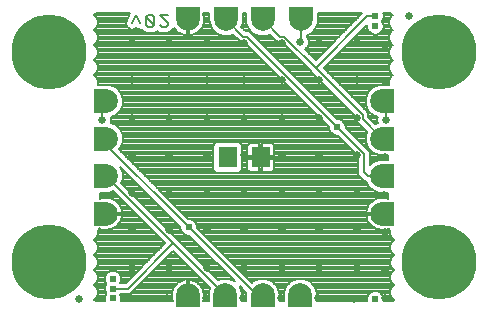
<source format=gbl>
G75*
%MOIN*%
%OFA0B0*%
%FSLAX25Y25*%
%IPPOS*%
%LPD*%
%AMOC8*
5,1,8,0,0,1.08239X$1,22.5*
%
%ADD10C,0.00800*%
%ADD11C,0.07874*%
%ADD12R,0.07900X0.04000*%
%ADD13C,0.25000*%
%ADD14R,0.06299X0.07087*%
%ADD15R,0.04000X0.07900*%
%ADD16C,0.02500*%
%ADD17C,0.02378*%
%ADD18C,0.00600*%
D10*
X0049580Y0248863D02*
X0049580Y0248937D01*
X0049694Y0248984D01*
X0050496Y0249786D01*
X0050930Y0250833D01*
X0050930Y0251967D01*
X0050496Y0253014D01*
X0049694Y0253816D01*
X0049580Y0253863D01*
X0049580Y0253937D01*
X0049694Y0253984D01*
X0050496Y0254786D01*
X0050930Y0255833D01*
X0050930Y0256967D01*
X0050496Y0258014D01*
X0049694Y0258816D01*
X0049580Y0258863D01*
X0049580Y0258937D01*
X0049694Y0258984D01*
X0050496Y0259786D01*
X0050930Y0260833D01*
X0050930Y0261967D01*
X0050496Y0263014D01*
X0049694Y0263816D01*
X0049580Y0263863D01*
X0049580Y0263937D01*
X0049694Y0263984D01*
X0050496Y0264786D01*
X0050930Y0265833D01*
X0050930Y0266967D01*
X0050496Y0268014D01*
X0049694Y0268816D01*
X0049580Y0268863D01*
X0049580Y0268937D01*
X0049694Y0268984D01*
X0050496Y0269786D01*
X0050930Y0270833D01*
X0050930Y0271967D01*
X0050792Y0272300D01*
X0051180Y0272300D01*
X0051180Y0272883D01*
X0051531Y0272704D01*
X0051980Y0272558D01*
X0051980Y0272300D01*
X0053764Y0272300D01*
X0053980Y0272358D01*
X0053980Y0272313D01*
X0054000Y0272313D01*
X0054830Y0272444D01*
X0055629Y0272704D01*
X0056377Y0273085D01*
X0057057Y0273579D01*
X0057651Y0274173D01*
X0058145Y0274853D01*
X0058526Y0275601D01*
X0058786Y0276400D01*
X0058917Y0277230D01*
X0058917Y0277250D01*
X0053980Y0277250D01*
X0053980Y0278050D01*
X0058917Y0278050D01*
X0058917Y0278070D01*
X0058786Y0278900D01*
X0058526Y0279699D01*
X0058145Y0280447D01*
X0057651Y0281127D01*
X0057057Y0281721D01*
X0056377Y0282215D01*
X0055629Y0282596D01*
X0054830Y0282856D01*
X0054000Y0282987D01*
X0053980Y0282987D01*
X0053980Y0282942D01*
X0053764Y0283000D01*
X0051980Y0283000D01*
X0051980Y0282742D01*
X0051580Y0282612D01*
X0051580Y0284600D01*
X0054243Y0284600D01*
X0054256Y0284613D01*
X0054681Y0284613D01*
X0055918Y0285125D01*
X0073268Y0267775D01*
X0060043Y0254550D01*
X0058290Y0254550D01*
X0058619Y0255345D01*
X0058619Y0256455D01*
X0058194Y0257480D01*
X0057410Y0258264D01*
X0056385Y0258689D01*
X0055275Y0258689D01*
X0054250Y0258264D01*
X0053466Y0257480D01*
X0053041Y0256455D01*
X0053041Y0255345D01*
X0053466Y0254320D01*
X0053511Y0254275D01*
X0053466Y0254230D01*
X0053041Y0253205D01*
X0053041Y0252095D01*
X0053466Y0251070D01*
X0053511Y0251025D01*
X0053466Y0250980D01*
X0053041Y0249955D01*
X0053041Y0248845D01*
X0053225Y0248400D01*
X0050111Y0248400D01*
X0049694Y0248816D01*
X0049580Y0248863D01*
X0049715Y0248796D02*
X0053062Y0248796D01*
X0053041Y0249594D02*
X0050305Y0249594D01*
X0050748Y0250393D02*
X0053222Y0250393D01*
X0053416Y0251191D02*
X0050930Y0251191D01*
X0050921Y0251990D02*
X0053085Y0251990D01*
X0053041Y0252788D02*
X0050590Y0252788D01*
X0049924Y0253587D02*
X0053199Y0253587D01*
X0053439Y0254385D02*
X0050096Y0254385D01*
X0050661Y0255184D02*
X0053108Y0255184D01*
X0053041Y0255982D02*
X0050930Y0255982D01*
X0050930Y0256781D02*
X0053176Y0256781D01*
X0053565Y0257579D02*
X0050676Y0257579D01*
X0050133Y0258378D02*
X0054524Y0258378D01*
X0057136Y0258378D02*
X0063871Y0258378D01*
X0064669Y0259176D02*
X0049887Y0259176D01*
X0050574Y0259975D02*
X0065468Y0259975D01*
X0066266Y0260773D02*
X0050905Y0260773D01*
X0050930Y0261572D02*
X0067065Y0261572D01*
X0067863Y0262370D02*
X0050763Y0262370D01*
X0050342Y0263169D02*
X0068662Y0263169D01*
X0069460Y0263967D02*
X0049654Y0263967D01*
X0050476Y0264766D02*
X0070259Y0264766D01*
X0071057Y0265564D02*
X0050819Y0265564D01*
X0050930Y0266363D02*
X0071856Y0266363D01*
X0072654Y0267161D02*
X0050849Y0267161D01*
X0050519Y0267960D02*
X0073083Y0267960D01*
X0072285Y0268758D02*
X0049752Y0268758D01*
X0050267Y0269557D02*
X0071486Y0269557D01*
X0070688Y0270355D02*
X0050732Y0270355D01*
X0050930Y0271154D02*
X0069889Y0271154D01*
X0069091Y0271952D02*
X0050930Y0271952D01*
X0051180Y0272751D02*
X0051439Y0272751D01*
X0055721Y0272751D02*
X0068292Y0272751D01*
X0067494Y0273549D02*
X0057016Y0273549D01*
X0057778Y0274348D02*
X0066695Y0274348D01*
X0065897Y0275146D02*
X0058294Y0275146D01*
X0058638Y0275945D02*
X0065098Y0275945D01*
X0064300Y0276743D02*
X0058840Y0276743D01*
X0058874Y0278340D02*
X0062703Y0278340D01*
X0063501Y0277542D02*
X0053980Y0277542D01*
X0053180Y0277542D02*
X0051980Y0277542D01*
X0051980Y0277250D02*
X0051980Y0278050D01*
X0053180Y0278050D01*
X0053180Y0277250D01*
X0051980Y0277250D01*
X0057243Y0281534D02*
X0059509Y0281534D01*
X0060307Y0280736D02*
X0057935Y0280736D01*
X0058404Y0279937D02*
X0061106Y0279937D01*
X0061904Y0279139D02*
X0058708Y0279139D01*
X0058710Y0282333D02*
X0056145Y0282333D01*
X0057113Y0283930D02*
X0051580Y0283930D01*
X0051580Y0283132D02*
X0057911Y0283132D01*
X0056314Y0284729D02*
X0054960Y0284729D01*
X0058605Y0287812D02*
X0059117Y0289049D01*
X0059117Y0291251D01*
X0058286Y0293257D01*
X0078291Y0273252D01*
X0078291Y0272595D01*
X0078716Y0271570D01*
X0079500Y0270786D01*
X0080525Y0270361D01*
X0081182Y0270361D01*
X0096437Y0255106D01*
X0094431Y0255937D01*
X0092229Y0255937D01*
X0090992Y0255425D01*
X0077855Y0268562D01*
X0076742Y0269675D01*
X0058605Y0287812D01*
X0058651Y0287923D02*
X0063620Y0287923D01*
X0062822Y0288721D02*
X0058981Y0288721D01*
X0059117Y0289520D02*
X0062023Y0289520D01*
X0061225Y0290318D02*
X0059117Y0290318D01*
X0059117Y0291117D02*
X0060426Y0291117D01*
X0059628Y0291915D02*
X0058842Y0291915D01*
X0058829Y0292714D02*
X0058511Y0292714D01*
X0061009Y0295908D02*
X0089319Y0295908D01*
X0089319Y0296706D02*
X0060211Y0296706D01*
X0059412Y0297505D02*
X0089319Y0297505D01*
X0089319Y0298303D02*
X0058614Y0298303D01*
X0057839Y0299078D02*
X0058274Y0299514D01*
X0059117Y0301549D01*
X0059117Y0303751D01*
X0058274Y0305786D01*
X0056716Y0307344D01*
X0055055Y0308032D01*
X0055180Y0308333D01*
X0055180Y0309467D01*
X0055055Y0309768D01*
X0056716Y0310456D01*
X0058274Y0312014D01*
X0059117Y0314049D01*
X0059117Y0316251D01*
X0058274Y0318286D01*
X0056716Y0319844D01*
X0054681Y0320687D01*
X0054256Y0320687D01*
X0054243Y0320700D01*
X0050875Y0320700D01*
X0050930Y0320833D01*
X0050930Y0321967D01*
X0050496Y0323014D01*
X0049694Y0323816D01*
X0049580Y0323863D01*
X0049580Y0323937D01*
X0049694Y0323984D01*
X0050496Y0324786D01*
X0050930Y0325833D01*
X0050930Y0326967D01*
X0050496Y0328014D01*
X0049694Y0328816D01*
X0049580Y0328863D01*
X0049580Y0328937D01*
X0049694Y0328984D01*
X0050496Y0329786D01*
X0050930Y0330833D01*
X0050930Y0331967D01*
X0050496Y0333014D01*
X0049694Y0333816D01*
X0049580Y0333863D01*
X0049580Y0333937D01*
X0049694Y0333984D01*
X0050496Y0334786D01*
X0050930Y0335833D01*
X0050930Y0336967D01*
X0050496Y0338014D01*
X0049694Y0338816D01*
X0049580Y0338863D01*
X0049580Y0338937D01*
X0049694Y0338984D01*
X0050496Y0339786D01*
X0050930Y0340833D01*
X0050930Y0341967D01*
X0050496Y0343014D01*
X0049694Y0343816D01*
X0049580Y0343863D01*
X0049580Y0343937D01*
X0049694Y0343984D01*
X0050111Y0344400D01*
X0061595Y0344400D01*
X0060071Y0341351D01*
X0060595Y0339779D01*
X0062077Y0339038D01*
X0063631Y0339556D01*
X0065186Y0339038D01*
X0065371Y0339131D01*
X0065535Y0338968D01*
X0065784Y0338719D01*
X0066706Y0337796D01*
X0068107Y0337796D01*
X0068244Y0337796D01*
X0068363Y0337796D01*
X0068363Y0337796D01*
X0069764Y0337796D01*
X0069764Y0337796D01*
X0070537Y0338569D01*
X0071310Y0337796D01*
X0072711Y0337796D01*
X0072831Y0337796D01*
X0072967Y0337796D01*
X0072967Y0337796D01*
X0074368Y0337796D01*
X0074368Y0337796D01*
X0075291Y0338719D01*
X0075540Y0338968D01*
X0076235Y0339663D01*
X0076265Y0339603D01*
X0076759Y0338923D01*
X0077353Y0338329D01*
X0078033Y0337835D01*
X0078781Y0337454D01*
X0079580Y0337194D01*
X0080410Y0337063D01*
X0080430Y0337063D01*
X0080430Y0342000D01*
X0081230Y0342000D01*
X0081230Y0337063D01*
X0081250Y0337063D01*
X0082080Y0337194D01*
X0082879Y0337454D01*
X0083627Y0337835D01*
X0084307Y0338329D01*
X0084901Y0338923D01*
X0085395Y0339603D01*
X0085776Y0340351D01*
X0086036Y0341150D01*
X0086167Y0341980D01*
X0086167Y0342000D01*
X0086122Y0342000D01*
X0086180Y0342216D01*
X0086180Y0344000D01*
X0085922Y0344000D01*
X0085792Y0344400D01*
X0088030Y0344400D01*
X0088030Y0341737D01*
X0088043Y0341724D01*
X0088043Y0341299D01*
X0088886Y0339264D01*
X0090444Y0337706D01*
X0092479Y0336863D01*
X0094681Y0336863D01*
X0095918Y0337375D01*
X0097380Y0335913D01*
X0098493Y0334800D01*
X0099642Y0334800D01*
X0127866Y0306577D01*
X0127866Y0305920D01*
X0128290Y0304895D01*
X0129075Y0304110D01*
X0130100Y0303686D01*
X0130757Y0303686D01*
X0137680Y0296762D01*
X0137680Y0290613D01*
X0138930Y0289363D01*
X0140043Y0288250D01*
X0140374Y0288250D01*
X0140886Y0287014D01*
X0142444Y0285456D01*
X0144479Y0284613D01*
X0144904Y0284613D01*
X0144917Y0284600D01*
X0147580Y0284600D01*
X0147580Y0282612D01*
X0147180Y0282742D01*
X0147180Y0283000D01*
X0145396Y0283000D01*
X0145180Y0282942D01*
X0145180Y0282987D01*
X0145160Y0282987D01*
X0144330Y0282856D01*
X0143531Y0282596D01*
X0142783Y0282215D01*
X0142103Y0281721D01*
X0141509Y0281127D01*
X0141015Y0280447D01*
X0140634Y0279699D01*
X0140374Y0278900D01*
X0140243Y0278070D01*
X0140243Y0278050D01*
X0145180Y0278050D01*
X0145180Y0277250D01*
X0140243Y0277250D01*
X0140243Y0277230D01*
X0140374Y0276400D01*
X0140634Y0275601D01*
X0141015Y0274853D01*
X0141509Y0274173D01*
X0142103Y0273579D01*
X0142783Y0273085D01*
X0143531Y0272704D01*
X0144330Y0272444D01*
X0145160Y0272313D01*
X0145180Y0272313D01*
X0145180Y0272358D01*
X0145396Y0272300D01*
X0147180Y0272300D01*
X0147180Y0272558D01*
X0147629Y0272704D01*
X0147980Y0272883D01*
X0147980Y0272300D01*
X0148368Y0272300D01*
X0148230Y0271967D01*
X0148230Y0270833D01*
X0148664Y0269786D01*
X0149466Y0268984D01*
X0149580Y0268937D01*
X0149580Y0268863D01*
X0149466Y0268816D01*
X0148664Y0268014D01*
X0148230Y0266967D01*
X0148230Y0265833D01*
X0148664Y0264786D01*
X0149466Y0263984D01*
X0149580Y0263937D01*
X0149580Y0263863D01*
X0149466Y0263816D01*
X0148664Y0263014D01*
X0148230Y0261967D01*
X0148230Y0260833D01*
X0148664Y0259786D01*
X0149466Y0258984D01*
X0149580Y0258937D01*
X0149580Y0258863D01*
X0149466Y0258816D01*
X0148664Y0258014D01*
X0148230Y0256967D01*
X0148230Y0255833D01*
X0148664Y0254786D01*
X0149466Y0253984D01*
X0149580Y0253937D01*
X0149580Y0253863D01*
X0149466Y0253816D01*
X0148664Y0253014D01*
X0148230Y0251967D01*
X0148230Y0250833D01*
X0148664Y0249786D01*
X0149466Y0248984D01*
X0149580Y0248937D01*
X0149580Y0248863D01*
X0149466Y0248816D01*
X0149049Y0248400D01*
X0146038Y0248400D01*
X0146119Y0248595D01*
X0146119Y0249705D01*
X0145694Y0250730D01*
X0144910Y0251514D01*
X0143885Y0251939D01*
X0142775Y0251939D01*
X0141750Y0251514D01*
X0140966Y0250730D01*
X0140541Y0249705D01*
X0140541Y0248595D01*
X0140622Y0248400D01*
X0123830Y0248400D01*
X0123830Y0251063D01*
X0123817Y0251076D01*
X0123817Y0251501D01*
X0122974Y0253536D01*
X0121416Y0255094D01*
X0119381Y0255937D01*
X0117179Y0255937D01*
X0115144Y0255094D01*
X0113586Y0253536D01*
X0112743Y0251501D01*
X0112743Y0251076D01*
X0112730Y0251063D01*
X0112730Y0248400D01*
X0111380Y0248400D01*
X0111380Y0251063D01*
X0111367Y0251076D01*
X0111367Y0251501D01*
X0110524Y0253536D01*
X0108966Y0255094D01*
X0106931Y0255937D01*
X0104729Y0255937D01*
X0102694Y0255094D01*
X0102258Y0254659D01*
X0083869Y0273048D01*
X0083869Y0273705D01*
X0083444Y0274730D01*
X0082660Y0275514D01*
X0081635Y0275939D01*
X0080978Y0275939D01*
X0057839Y0299078D01*
X0057862Y0299102D02*
X0089319Y0299102D01*
X0089319Y0299900D02*
X0058434Y0299900D01*
X0058765Y0300699D02*
X0089411Y0300699D01*
X0089319Y0300606D02*
X0090256Y0301543D01*
X0097881Y0301543D01*
X0098818Y0300606D01*
X0098818Y0292194D01*
X0097881Y0291257D01*
X0090256Y0291257D01*
X0089319Y0292194D01*
X0089319Y0300606D01*
X0090210Y0301497D02*
X0059096Y0301497D01*
X0059117Y0302296D02*
X0132146Y0302296D01*
X0131348Y0303094D02*
X0059117Y0303094D01*
X0059058Y0303893D02*
X0129600Y0303893D01*
X0128494Y0304691D02*
X0058728Y0304691D01*
X0058397Y0305490D02*
X0128044Y0305490D01*
X0127866Y0306288D02*
X0057772Y0306288D01*
X0056974Y0307087D02*
X0127355Y0307087D01*
X0126557Y0307885D02*
X0055410Y0307885D01*
X0055180Y0308684D02*
X0125758Y0308684D01*
X0124960Y0309482D02*
X0055174Y0309482D01*
X0056294Y0310281D02*
X0124161Y0310281D01*
X0123363Y0311079D02*
X0057340Y0311079D01*
X0058138Y0311878D02*
X0122564Y0311878D01*
X0121766Y0312676D02*
X0058549Y0312676D01*
X0058879Y0313475D02*
X0120967Y0313475D01*
X0120169Y0314273D02*
X0059117Y0314273D01*
X0059117Y0315072D02*
X0119370Y0315072D01*
X0118572Y0315870D02*
X0059117Y0315870D01*
X0058944Y0316669D02*
X0117773Y0316669D01*
X0116975Y0317468D02*
X0058613Y0317468D01*
X0058283Y0318266D02*
X0116176Y0318266D01*
X0115378Y0319065D02*
X0057496Y0319065D01*
X0056671Y0319863D02*
X0114579Y0319863D01*
X0113781Y0320662D02*
X0054743Y0320662D01*
X0050930Y0321460D02*
X0112982Y0321460D01*
X0112184Y0322259D02*
X0050809Y0322259D01*
X0050453Y0323057D02*
X0111385Y0323057D01*
X0110587Y0323856D02*
X0049599Y0323856D01*
X0050365Y0324654D02*
X0109788Y0324654D01*
X0108990Y0325453D02*
X0050772Y0325453D01*
X0050930Y0326251D02*
X0108191Y0326251D01*
X0107392Y0327050D02*
X0050896Y0327050D01*
X0050565Y0327848D02*
X0106594Y0327848D01*
X0105795Y0328647D02*
X0049864Y0328647D01*
X0050156Y0329445D02*
X0104997Y0329445D01*
X0104198Y0330244D02*
X0050686Y0330244D01*
X0050930Y0331042D02*
X0103400Y0331042D01*
X0102601Y0331841D02*
X0050930Y0331841D01*
X0050652Y0332639D02*
X0101803Y0332639D01*
X0101004Y0333438D02*
X0050073Y0333438D01*
X0049947Y0334236D02*
X0100206Y0334236D01*
X0098258Y0335035D02*
X0050599Y0335035D01*
X0050930Y0335833D02*
X0097460Y0335833D01*
X0096661Y0336632D02*
X0050930Y0336632D01*
X0050738Y0337430D02*
X0078854Y0337430D01*
X0080430Y0337430D02*
X0081230Y0337430D01*
X0081230Y0338229D02*
X0080430Y0338229D01*
X0080430Y0339027D02*
X0081230Y0339027D01*
X0081230Y0339826D02*
X0080430Y0339826D01*
X0080430Y0340624D02*
X0081230Y0340624D01*
X0081230Y0341423D02*
X0080430Y0341423D01*
X0080830Y0342400D02*
X0080830Y0344400D01*
X0081230Y0344000D02*
X0081230Y0342800D01*
X0080430Y0342800D01*
X0080430Y0344000D01*
X0081230Y0344000D01*
X0081230Y0343818D02*
X0080430Y0343818D01*
X0080430Y0343020D02*
X0081230Y0343020D01*
X0086180Y0343020D02*
X0088030Y0343020D01*
X0088030Y0343818D02*
X0086180Y0343818D01*
X0086180Y0342221D02*
X0088030Y0342221D01*
X0088043Y0341423D02*
X0086079Y0341423D01*
X0085865Y0340624D02*
X0088322Y0340624D01*
X0088653Y0339826D02*
X0085508Y0339826D01*
X0084977Y0339027D02*
X0089122Y0339027D01*
X0089921Y0338229D02*
X0084169Y0338229D01*
X0082806Y0337430D02*
X0091109Y0337430D01*
X0093580Y0342400D02*
X0093580Y0344400D01*
X0099130Y0344400D02*
X0099130Y0341737D01*
X0099117Y0341724D01*
X0099117Y0341299D01*
X0098605Y0340062D01*
X0100067Y0338600D01*
X0101216Y0338600D01*
X0130553Y0309264D01*
X0131209Y0309264D01*
X0132234Y0308839D01*
X0133019Y0308054D01*
X0133444Y0307029D01*
X0133444Y0306373D01*
X0140367Y0299449D01*
X0141480Y0298336D01*
X0141480Y0293880D01*
X0142444Y0294844D01*
X0144479Y0295687D01*
X0144904Y0295687D01*
X0144917Y0295700D01*
X0147580Y0295700D01*
X0147580Y0297100D01*
X0144917Y0297100D01*
X0144904Y0297113D01*
X0144479Y0297113D01*
X0142444Y0297956D01*
X0140886Y0299514D01*
X0140043Y0301549D01*
X0140043Y0303751D01*
X0140555Y0304988D01*
X0138343Y0307200D01*
X0137230Y0308313D01*
X0137230Y0309712D01*
X0122618Y0324325D01*
X0122618Y0324325D01*
X0121505Y0325438D01*
X0121505Y0325438D01*
X0112142Y0334800D01*
X0110743Y0334800D01*
X0109630Y0335913D01*
X0109630Y0335913D01*
X0108168Y0337375D01*
X0106931Y0336863D01*
X0104729Y0336863D01*
X0102694Y0337706D01*
X0101136Y0339264D01*
X0100293Y0341299D01*
X0100293Y0341724D01*
X0100280Y0341737D01*
X0100280Y0344400D01*
X0099130Y0344400D01*
X0099130Y0343818D02*
X0100280Y0343818D01*
X0100280Y0343020D02*
X0099130Y0343020D01*
X0099130Y0342221D02*
X0100280Y0342221D01*
X0100293Y0341423D02*
X0099117Y0341423D01*
X0098838Y0340624D02*
X0100572Y0340624D01*
X0100903Y0339826D02*
X0098841Y0339826D01*
X0099640Y0339027D02*
X0101372Y0339027D01*
X0101587Y0338229D02*
X0102171Y0338229D01*
X0102386Y0337430D02*
X0103359Y0337430D01*
X0103184Y0336632D02*
X0108911Y0336632D01*
X0109710Y0335833D02*
X0103983Y0335833D01*
X0104781Y0335035D02*
X0110508Y0335035D01*
X0112706Y0334236D02*
X0105580Y0334236D01*
X0106378Y0333438D02*
X0113504Y0333438D01*
X0114303Y0332639D02*
X0107177Y0332639D01*
X0107975Y0331841D02*
X0115101Y0331841D01*
X0115900Y0331042D02*
X0108774Y0331042D01*
X0109572Y0330244D02*
X0116698Y0330244D01*
X0117497Y0329445D02*
X0110371Y0329445D01*
X0111169Y0328647D02*
X0118295Y0328647D01*
X0119094Y0327848D02*
X0111968Y0327848D01*
X0112766Y0327050D02*
X0119893Y0327050D01*
X0120691Y0326251D02*
X0113565Y0326251D01*
X0114364Y0325453D02*
X0121490Y0325453D01*
X0122288Y0324654D02*
X0115162Y0324654D01*
X0115961Y0323856D02*
X0123087Y0323856D01*
X0123885Y0323057D02*
X0116759Y0323057D01*
X0117558Y0322259D02*
X0124684Y0322259D01*
X0125482Y0321460D02*
X0118356Y0321460D01*
X0119155Y0320662D02*
X0126281Y0320662D01*
X0127079Y0319863D02*
X0119953Y0319863D01*
X0120752Y0319065D02*
X0127878Y0319065D01*
X0128676Y0318266D02*
X0121550Y0318266D01*
X0122349Y0317468D02*
X0129475Y0317468D01*
X0130273Y0316669D02*
X0123147Y0316669D01*
X0123946Y0315870D02*
X0131072Y0315870D01*
X0131870Y0315072D02*
X0124744Y0315072D01*
X0125543Y0314273D02*
X0132669Y0314273D01*
X0133467Y0313475D02*
X0126341Y0313475D01*
X0127140Y0312676D02*
X0134266Y0312676D01*
X0135064Y0311878D02*
X0127938Y0311878D01*
X0128737Y0311079D02*
X0135863Y0311079D01*
X0136661Y0310281D02*
X0129535Y0310281D01*
X0130334Y0309482D02*
X0137230Y0309482D01*
X0137230Y0308684D02*
X0132389Y0308684D01*
X0133089Y0307885D02*
X0137658Y0307885D01*
X0138456Y0307087D02*
X0133420Y0307087D01*
X0133528Y0306288D02*
X0139255Y0306288D01*
X0140053Y0305490D02*
X0134326Y0305490D01*
X0135125Y0304691D02*
X0140432Y0304691D01*
X0140102Y0303893D02*
X0135923Y0303893D01*
X0136722Y0303094D02*
X0140043Y0303094D01*
X0140043Y0302296D02*
X0137520Y0302296D01*
X0138319Y0301497D02*
X0140064Y0301497D01*
X0140395Y0300699D02*
X0139117Y0300699D01*
X0139916Y0299900D02*
X0140726Y0299900D01*
X0140714Y0299102D02*
X0141298Y0299102D01*
X0141480Y0298303D02*
X0142096Y0298303D01*
X0141480Y0297505D02*
X0143533Y0297505D01*
X0141480Y0296706D02*
X0147580Y0296706D01*
X0147580Y0295908D02*
X0141480Y0295908D01*
X0141480Y0295109D02*
X0143084Y0295109D01*
X0141910Y0294311D02*
X0141480Y0294311D01*
X0137680Y0294311D02*
X0109641Y0294311D01*
X0109641Y0295109D02*
X0137680Y0295109D01*
X0137680Y0295908D02*
X0109641Y0295908D01*
X0109641Y0296000D02*
X0105492Y0296000D01*
X0105492Y0296800D01*
X0109641Y0296800D01*
X0109641Y0300128D01*
X0109546Y0300484D01*
X0109362Y0300803D01*
X0109101Y0301064D01*
X0108782Y0301248D01*
X0108426Y0301343D01*
X0105492Y0301343D01*
X0105492Y0296800D01*
X0104692Y0296800D01*
X0104692Y0301343D01*
X0101758Y0301343D01*
X0101402Y0301248D01*
X0101083Y0301064D01*
X0100822Y0300803D01*
X0100638Y0300484D01*
X0100542Y0300128D01*
X0100542Y0296800D01*
X0104692Y0296800D01*
X0104692Y0296000D01*
X0105492Y0296000D01*
X0105492Y0291457D01*
X0108426Y0291457D01*
X0108782Y0291552D01*
X0109101Y0291736D01*
X0109362Y0291997D01*
X0109546Y0292316D01*
X0109641Y0292672D01*
X0109641Y0296000D01*
X0109641Y0297505D02*
X0136937Y0297505D01*
X0137680Y0296706D02*
X0105492Y0296706D01*
X0105492Y0295908D02*
X0104692Y0295908D01*
X0104692Y0296000D02*
X0104692Y0291457D01*
X0101758Y0291457D01*
X0101402Y0291552D01*
X0101083Y0291736D01*
X0100822Y0291997D01*
X0100638Y0292316D01*
X0100542Y0292672D01*
X0100542Y0296000D01*
X0104692Y0296000D01*
X0104692Y0296706D02*
X0098818Y0296706D01*
X0098818Y0295908D02*
X0100542Y0295908D01*
X0100542Y0295109D02*
X0098818Y0295109D01*
X0098818Y0294311D02*
X0100542Y0294311D01*
X0100542Y0293512D02*
X0098818Y0293512D01*
X0098818Y0292714D02*
X0100542Y0292714D01*
X0100904Y0291915D02*
X0098539Y0291915D01*
X0104692Y0291915D02*
X0105492Y0291915D01*
X0105492Y0292714D02*
X0104692Y0292714D01*
X0104692Y0293512D02*
X0105492Y0293512D01*
X0105492Y0294311D02*
X0104692Y0294311D01*
X0104692Y0295109D02*
X0105492Y0295109D01*
X0105492Y0297505D02*
X0104692Y0297505D01*
X0104692Y0298303D02*
X0105492Y0298303D01*
X0105492Y0299102D02*
X0104692Y0299102D01*
X0104692Y0299900D02*
X0105492Y0299900D01*
X0105492Y0300699D02*
X0104692Y0300699D01*
X0100762Y0300699D02*
X0098725Y0300699D01*
X0098818Y0299900D02*
X0100542Y0299900D01*
X0100542Y0299102D02*
X0098818Y0299102D01*
X0098818Y0298303D02*
X0100542Y0298303D01*
X0100542Y0297505D02*
X0098818Y0297505D01*
X0097927Y0301497D02*
X0132945Y0301497D01*
X0133743Y0300699D02*
X0109422Y0300699D01*
X0109641Y0299900D02*
X0134542Y0299900D01*
X0135340Y0299102D02*
X0109641Y0299102D01*
X0109641Y0298303D02*
X0136139Y0298303D01*
X0137680Y0293512D02*
X0109641Y0293512D01*
X0109641Y0292714D02*
X0137680Y0292714D01*
X0137680Y0291915D02*
X0109280Y0291915D01*
X0089597Y0291915D02*
X0065002Y0291915D01*
X0065800Y0291117D02*
X0137680Y0291117D01*
X0137975Y0290318D02*
X0066599Y0290318D01*
X0067397Y0289520D02*
X0138773Y0289520D01*
X0139572Y0288721D02*
X0068196Y0288721D01*
X0068994Y0287923D02*
X0140509Y0287923D01*
X0140840Y0287124D02*
X0069793Y0287124D01*
X0070591Y0286326D02*
X0141574Y0286326D01*
X0142372Y0285527D02*
X0071390Y0285527D01*
X0072188Y0284729D02*
X0144200Y0284729D01*
X0143015Y0282333D02*
X0074584Y0282333D01*
X0075382Y0281534D02*
X0141917Y0281534D01*
X0141225Y0280736D02*
X0076181Y0280736D01*
X0076980Y0279937D02*
X0140756Y0279937D01*
X0140452Y0279139D02*
X0077778Y0279139D01*
X0078577Y0278340D02*
X0140286Y0278340D01*
X0140320Y0276743D02*
X0080174Y0276743D01*
X0080972Y0275945D02*
X0140522Y0275945D01*
X0140866Y0275146D02*
X0083028Y0275146D01*
X0083603Y0274348D02*
X0141382Y0274348D01*
X0142144Y0273549D02*
X0083869Y0273549D01*
X0084166Y0272751D02*
X0143439Y0272751D01*
X0147721Y0272751D02*
X0147980Y0272751D01*
X0148230Y0271952D02*
X0084965Y0271952D01*
X0085763Y0271154D02*
X0148230Y0271154D01*
X0148428Y0270355D02*
X0086562Y0270355D01*
X0087360Y0269557D02*
X0148893Y0269557D01*
X0149408Y0268758D02*
X0088159Y0268758D01*
X0088957Y0267960D02*
X0148641Y0267960D01*
X0148311Y0267161D02*
X0089756Y0267161D01*
X0090554Y0266363D02*
X0148230Y0266363D01*
X0148341Y0265564D02*
X0091353Y0265564D01*
X0092151Y0264766D02*
X0148684Y0264766D01*
X0149506Y0263967D02*
X0092950Y0263967D01*
X0093748Y0263169D02*
X0148818Y0263169D01*
X0148397Y0262370D02*
X0094547Y0262370D01*
X0095345Y0261572D02*
X0148230Y0261572D01*
X0148255Y0260773D02*
X0096144Y0260773D01*
X0096942Y0259975D02*
X0148586Y0259975D01*
X0149273Y0259176D02*
X0097741Y0259176D01*
X0098539Y0258378D02*
X0149027Y0258378D01*
X0148484Y0257579D02*
X0099338Y0257579D01*
X0100136Y0256781D02*
X0148230Y0256781D01*
X0148230Y0255982D02*
X0100935Y0255982D01*
X0101733Y0255184D02*
X0102910Y0255184D01*
X0099553Y0251990D02*
X0098665Y0251990D01*
X0098867Y0251501D02*
X0098036Y0253507D01*
X0100293Y0251250D01*
X0100293Y0251076D01*
X0100280Y0251063D01*
X0100280Y0248400D01*
X0098880Y0248400D01*
X0098880Y0251063D01*
X0098867Y0251076D01*
X0098867Y0251501D01*
X0098867Y0251191D02*
X0100293Y0251191D01*
X0100280Y0250393D02*
X0098880Y0250393D01*
X0098880Y0249594D02*
X0100280Y0249594D01*
X0100280Y0248796D02*
X0098880Y0248796D01*
X0098755Y0252788D02*
X0098334Y0252788D01*
X0096359Y0255184D02*
X0096250Y0255184D01*
X0095561Y0255982D02*
X0090435Y0255982D01*
X0089636Y0256781D02*
X0094762Y0256781D01*
X0093964Y0257579D02*
X0088838Y0257579D01*
X0088039Y0258378D02*
X0093165Y0258378D01*
X0092367Y0259176D02*
X0087241Y0259176D01*
X0086442Y0259975D02*
X0091568Y0259975D01*
X0090770Y0260773D02*
X0085644Y0260773D01*
X0084845Y0261572D02*
X0089971Y0261572D01*
X0089173Y0262370D02*
X0084047Y0262370D01*
X0083248Y0263169D02*
X0088374Y0263169D01*
X0087576Y0263967D02*
X0082450Y0263967D01*
X0081651Y0264766D02*
X0086777Y0264766D01*
X0085979Y0265564D02*
X0080853Y0265564D01*
X0080054Y0266363D02*
X0085180Y0266363D01*
X0084382Y0267161D02*
X0079256Y0267161D01*
X0078457Y0267960D02*
X0083583Y0267960D01*
X0082785Y0268758D02*
X0077659Y0268758D01*
X0077855Y0268562D02*
X0077855Y0268562D01*
X0076860Y0269557D02*
X0081986Y0269557D01*
X0081188Y0270355D02*
X0076062Y0270355D01*
X0076742Y0269675D02*
X0076742Y0269675D01*
X0075263Y0271154D02*
X0079132Y0271154D01*
X0078557Y0271952D02*
X0074465Y0271952D01*
X0073666Y0272751D02*
X0078291Y0272751D01*
X0077994Y0273549D02*
X0072868Y0273549D01*
X0072069Y0274348D02*
X0077195Y0274348D01*
X0076397Y0275146D02*
X0071271Y0275146D01*
X0070472Y0275945D02*
X0075598Y0275945D01*
X0074800Y0276743D02*
X0069674Y0276743D01*
X0068875Y0277542D02*
X0074001Y0277542D01*
X0073203Y0278340D02*
X0068077Y0278340D01*
X0067278Y0279139D02*
X0072404Y0279139D01*
X0071606Y0279937D02*
X0066480Y0279937D01*
X0065681Y0280736D02*
X0070807Y0280736D01*
X0070009Y0281534D02*
X0064882Y0281534D01*
X0064084Y0282333D02*
X0069210Y0282333D01*
X0068411Y0283132D02*
X0063285Y0283132D01*
X0062487Y0283930D02*
X0067613Y0283930D01*
X0066814Y0284729D02*
X0061688Y0284729D01*
X0060890Y0285527D02*
X0066016Y0285527D01*
X0065217Y0286326D02*
X0060091Y0286326D01*
X0059293Y0287124D02*
X0064419Y0287124D01*
X0064203Y0292714D02*
X0089319Y0292714D01*
X0089319Y0293512D02*
X0063405Y0293512D01*
X0062606Y0294311D02*
X0089319Y0294311D01*
X0089319Y0295109D02*
X0061808Y0295109D01*
X0072987Y0283930D02*
X0147580Y0283930D01*
X0147580Y0283132D02*
X0073785Y0283132D01*
X0079375Y0277542D02*
X0145180Y0277542D01*
X0145980Y0277542D02*
X0147180Y0277542D01*
X0147180Y0277250D02*
X0145980Y0277250D01*
X0145980Y0278050D01*
X0147180Y0278050D01*
X0147180Y0277250D01*
X0148499Y0255184D02*
X0121200Y0255184D01*
X0122125Y0254385D02*
X0149064Y0254385D01*
X0149236Y0253587D02*
X0122924Y0253587D01*
X0123284Y0252788D02*
X0148570Y0252788D01*
X0148239Y0251990D02*
X0123615Y0251990D01*
X0123817Y0251191D02*
X0141427Y0251191D01*
X0140826Y0250393D02*
X0123830Y0250393D01*
X0123830Y0249594D02*
X0140541Y0249594D01*
X0140541Y0248796D02*
X0123830Y0248796D01*
X0115360Y0255184D02*
X0108750Y0255184D01*
X0109675Y0254385D02*
X0114435Y0254385D01*
X0113636Y0253587D02*
X0110474Y0253587D01*
X0110834Y0252788D02*
X0113276Y0252788D01*
X0112945Y0251990D02*
X0111165Y0251990D01*
X0111367Y0251191D02*
X0112743Y0251191D01*
X0112730Y0250393D02*
X0111380Y0250393D01*
X0111380Y0249594D02*
X0112730Y0249594D01*
X0112730Y0248796D02*
X0111380Y0248796D01*
X0088305Y0252738D02*
X0075955Y0265088D01*
X0061617Y0250750D01*
X0058290Y0250750D01*
X0058619Y0249955D01*
X0058619Y0248845D01*
X0058435Y0248400D01*
X0075818Y0248400D01*
X0075688Y0248800D01*
X0075430Y0248800D01*
X0075430Y0250584D01*
X0075488Y0250800D01*
X0075443Y0250800D01*
X0075443Y0250820D01*
X0075574Y0251650D01*
X0075834Y0252449D01*
X0076215Y0253197D01*
X0076709Y0253877D01*
X0077303Y0254471D01*
X0077983Y0254965D01*
X0078731Y0255346D01*
X0079530Y0255606D01*
X0080360Y0255737D01*
X0080380Y0255737D01*
X0080380Y0250800D01*
X0081180Y0250800D01*
X0081180Y0255737D01*
X0081200Y0255737D01*
X0082030Y0255606D01*
X0082829Y0255346D01*
X0083577Y0254965D01*
X0084257Y0254471D01*
X0084851Y0253877D01*
X0085345Y0253197D01*
X0085726Y0252449D01*
X0085986Y0251650D01*
X0086117Y0250820D01*
X0086117Y0250800D01*
X0086072Y0250800D01*
X0086130Y0250584D01*
X0086130Y0248800D01*
X0085872Y0248800D01*
X0085742Y0248400D01*
X0087780Y0248400D01*
X0087780Y0251063D01*
X0087793Y0251076D01*
X0087793Y0251501D01*
X0088305Y0252738D01*
X0088255Y0252788D02*
X0085553Y0252788D01*
X0085875Y0251990D02*
X0087995Y0251990D01*
X0087793Y0251191D02*
X0086058Y0251191D01*
X0086130Y0250393D02*
X0087780Y0250393D01*
X0087780Y0249594D02*
X0086130Y0249594D01*
X0085870Y0248796D02*
X0087780Y0248796D01*
X0087456Y0253587D02*
X0085062Y0253587D01*
X0084343Y0254385D02*
X0086658Y0254385D01*
X0085859Y0255184D02*
X0083147Y0255184D01*
X0084262Y0256781D02*
X0067648Y0256781D01*
X0068446Y0257579D02*
X0083464Y0257579D01*
X0082665Y0258378D02*
X0069245Y0258378D01*
X0070043Y0259176D02*
X0081867Y0259176D01*
X0081068Y0259975D02*
X0070842Y0259975D01*
X0071640Y0260773D02*
X0080270Y0260773D01*
X0079471Y0261572D02*
X0072439Y0261572D01*
X0073237Y0262370D02*
X0078673Y0262370D01*
X0077874Y0263169D02*
X0074036Y0263169D01*
X0074834Y0263967D02*
X0077076Y0263967D01*
X0076277Y0264766D02*
X0075633Y0264766D01*
X0078413Y0255184D02*
X0066051Y0255184D01*
X0066849Y0255982D02*
X0085061Y0255982D01*
X0081180Y0255184D02*
X0080380Y0255184D01*
X0080380Y0254385D02*
X0081180Y0254385D01*
X0081180Y0253587D02*
X0080380Y0253587D01*
X0080380Y0252788D02*
X0081180Y0252788D01*
X0081180Y0251990D02*
X0080380Y0251990D01*
X0080380Y0251191D02*
X0081180Y0251191D01*
X0081180Y0250000D02*
X0081180Y0248800D01*
X0080380Y0248800D01*
X0080380Y0250000D01*
X0081180Y0250000D01*
X0081180Y0249594D02*
X0080380Y0249594D01*
X0076007Y0252788D02*
X0063655Y0252788D01*
X0062857Y0251990D02*
X0075685Y0251990D01*
X0075502Y0251191D02*
X0062058Y0251191D01*
X0064454Y0253587D02*
X0076498Y0253587D01*
X0077217Y0254385D02*
X0065252Y0254385D01*
X0062274Y0256781D02*
X0058484Y0256781D01*
X0058619Y0255982D02*
X0061475Y0255982D01*
X0060677Y0255184D02*
X0058552Y0255184D01*
X0058095Y0257579D02*
X0063072Y0257579D01*
X0058438Y0250393D02*
X0075430Y0250393D01*
X0075430Y0249594D02*
X0058619Y0249594D01*
X0058598Y0248796D02*
X0075690Y0248796D01*
X0052330Y0308900D02*
X0052330Y0314400D01*
X0051580Y0315150D01*
X0050282Y0338229D02*
X0066274Y0338229D01*
X0066706Y0337796D02*
X0066706Y0337796D01*
X0066706Y0337796D01*
X0068107Y0337796D02*
X0068107Y0337796D01*
X0069764Y0337796D02*
X0069764Y0337796D01*
X0070197Y0338229D02*
X0070878Y0338229D01*
X0071310Y0337796D02*
X0071310Y0337796D01*
X0071310Y0337796D01*
X0072711Y0337796D02*
X0072711Y0337796D01*
X0074368Y0337796D02*
X0074368Y0337796D01*
X0074800Y0338229D02*
X0077491Y0338229D01*
X0076683Y0339027D02*
X0075599Y0339027D01*
X0075540Y0338968D02*
X0075540Y0338968D01*
X0074240Y0340497D02*
X0073540Y0339796D01*
X0072138Y0339796D01*
X0071438Y0340497D01*
X0069636Y0340497D02*
X0069636Y0343299D01*
X0068936Y0344000D01*
X0067535Y0344000D01*
X0066834Y0343299D01*
X0069636Y0340497D01*
X0068936Y0339796D01*
X0067535Y0339796D01*
X0066834Y0340497D01*
X0066834Y0343299D01*
X0065032Y0341198D02*
X0063631Y0344000D01*
X0062230Y0341198D01*
X0060313Y0340624D02*
X0050844Y0340624D01*
X0050930Y0341423D02*
X0060107Y0341423D01*
X0060506Y0342221D02*
X0050825Y0342221D01*
X0050491Y0343020D02*
X0060905Y0343020D01*
X0061304Y0343818D02*
X0049689Y0343818D01*
X0050513Y0339826D02*
X0060579Y0339826D01*
X0065475Y0339027D02*
X0049738Y0339027D01*
X0065535Y0338968D02*
X0065535Y0338968D01*
X0071438Y0344000D02*
X0074240Y0341198D01*
X0074240Y0340497D01*
X0074240Y0344000D02*
X0071438Y0344000D01*
X0105830Y0344400D02*
X0105830Y0342400D01*
X0118580Y0342400D02*
X0118580Y0335150D01*
X0118330Y0334900D01*
X0121180Y0335035D02*
X0129528Y0335035D01*
X0130326Y0335833D02*
X0121028Y0335833D01*
X0121180Y0335467D02*
X0120746Y0336514D01*
X0120580Y0336680D01*
X0120580Y0337235D01*
X0121716Y0337706D01*
X0123274Y0339264D01*
X0124117Y0341299D01*
X0124117Y0341724D01*
X0124130Y0341737D01*
X0124130Y0344400D01*
X0138893Y0344400D01*
X0123405Y0328912D01*
X0119865Y0332451D01*
X0119944Y0332484D01*
X0120746Y0333286D01*
X0121180Y0334333D01*
X0121180Y0335467D01*
X0121140Y0334236D02*
X0128729Y0334236D01*
X0127931Y0333438D02*
X0120809Y0333438D01*
X0120100Y0332639D02*
X0127132Y0332639D01*
X0126334Y0331841D02*
X0120475Y0331841D01*
X0121274Y0331042D02*
X0125535Y0331042D01*
X0124737Y0330244D02*
X0122072Y0330244D01*
X0122871Y0329445D02*
X0123938Y0329445D01*
X0126917Y0327050D02*
X0147764Y0327050D01*
X0147730Y0326967D02*
X0147730Y0325833D01*
X0148164Y0324786D01*
X0148966Y0323984D01*
X0149168Y0323900D01*
X0148966Y0323816D01*
X0148164Y0323014D01*
X0147730Y0321967D01*
X0147730Y0320833D01*
X0147785Y0320700D01*
X0144917Y0320700D01*
X0144904Y0320687D01*
X0144479Y0320687D01*
X0142444Y0319844D01*
X0140886Y0318286D01*
X0140043Y0316251D01*
X0140043Y0314049D01*
X0140886Y0312014D01*
X0142444Y0310456D01*
X0144105Y0309768D01*
X0143980Y0309467D01*
X0143980Y0308333D01*
X0144105Y0308032D01*
X0143242Y0307675D01*
X0141030Y0309887D01*
X0141030Y0311286D01*
X0139917Y0312399D01*
X0126092Y0326225D01*
X0140541Y0340674D01*
X0140541Y0339595D01*
X0140966Y0338570D01*
X0141750Y0337786D01*
X0142775Y0337361D01*
X0143885Y0337361D01*
X0144910Y0337786D01*
X0145694Y0338570D01*
X0146119Y0339595D01*
X0146119Y0340705D01*
X0145694Y0341730D01*
X0145649Y0341775D01*
X0145694Y0341820D01*
X0146119Y0342845D01*
X0146119Y0343955D01*
X0145935Y0344400D01*
X0148549Y0344400D01*
X0148966Y0343984D01*
X0149168Y0343900D01*
X0148966Y0343816D01*
X0148164Y0343014D01*
X0147730Y0341967D01*
X0147730Y0340833D01*
X0148164Y0339786D01*
X0148966Y0338984D01*
X0149168Y0338900D01*
X0148966Y0338816D01*
X0148164Y0338014D01*
X0147730Y0336967D01*
X0147730Y0335833D01*
X0148164Y0334786D01*
X0148966Y0333984D01*
X0149168Y0333900D01*
X0148966Y0333816D01*
X0148164Y0333014D01*
X0147730Y0331967D01*
X0147730Y0330833D01*
X0148164Y0329786D01*
X0148966Y0328984D01*
X0149168Y0328900D01*
X0148966Y0328816D01*
X0148164Y0328014D01*
X0147730Y0326967D01*
X0147730Y0326251D02*
X0126118Y0326251D01*
X0126863Y0325453D02*
X0147888Y0325453D01*
X0148295Y0324654D02*
X0127662Y0324654D01*
X0128461Y0323856D02*
X0149061Y0323856D01*
X0148207Y0323057D02*
X0129259Y0323057D01*
X0130058Y0322259D02*
X0147851Y0322259D01*
X0147730Y0321460D02*
X0130856Y0321460D01*
X0131655Y0320662D02*
X0144417Y0320662D01*
X0142489Y0319863D02*
X0132453Y0319863D01*
X0133252Y0319065D02*
X0141664Y0319065D01*
X0140877Y0318266D02*
X0134050Y0318266D01*
X0134849Y0317468D02*
X0140547Y0317468D01*
X0140216Y0316669D02*
X0135647Y0316669D01*
X0136446Y0315870D02*
X0140043Y0315870D01*
X0140043Y0315072D02*
X0137244Y0315072D01*
X0138043Y0314273D02*
X0140043Y0314273D01*
X0140281Y0313475D02*
X0138841Y0313475D01*
X0139640Y0312676D02*
X0140611Y0312676D01*
X0139917Y0312399D02*
X0139917Y0312399D01*
X0140438Y0311878D02*
X0141022Y0311878D01*
X0141030Y0311079D02*
X0141820Y0311079D01*
X0141030Y0310281D02*
X0142866Y0310281D01*
X0143986Y0309482D02*
X0141435Y0309482D01*
X0142233Y0308684D02*
X0143980Y0308684D01*
X0143750Y0307885D02*
X0143032Y0307885D01*
X0146830Y0308900D02*
X0146830Y0314400D01*
X0147580Y0315150D01*
X0148095Y0327848D02*
X0127715Y0327848D01*
X0128514Y0328647D02*
X0148796Y0328647D01*
X0148504Y0329445D02*
X0129312Y0329445D01*
X0130111Y0330244D02*
X0147974Y0330244D01*
X0147730Y0331042D02*
X0130909Y0331042D01*
X0131708Y0331841D02*
X0147730Y0331841D01*
X0148009Y0332639D02*
X0132506Y0332639D01*
X0133305Y0333438D02*
X0148587Y0333438D01*
X0148713Y0334236D02*
X0134103Y0334236D01*
X0134902Y0335035D02*
X0148061Y0335035D01*
X0147730Y0335833D02*
X0135700Y0335833D01*
X0136499Y0336632D02*
X0147730Y0336632D01*
X0147922Y0337430D02*
X0144052Y0337430D01*
X0142608Y0337430D02*
X0137297Y0337430D01*
X0138096Y0338229D02*
X0141307Y0338229D01*
X0140776Y0339027D02*
X0138894Y0339027D01*
X0139693Y0339826D02*
X0140541Y0339826D01*
X0140541Y0340624D02*
X0140491Y0340624D01*
X0137513Y0343020D02*
X0124130Y0343020D01*
X0124130Y0343818D02*
X0138311Y0343818D01*
X0136714Y0342221D02*
X0124130Y0342221D01*
X0124117Y0341423D02*
X0135916Y0341423D01*
X0135117Y0340624D02*
X0123838Y0340624D01*
X0123507Y0339826D02*
X0134319Y0339826D01*
X0133520Y0339027D02*
X0123038Y0339027D01*
X0122239Y0338229D02*
X0132722Y0338229D01*
X0131923Y0337430D02*
X0121051Y0337430D01*
X0120629Y0336632D02*
X0131125Y0336632D01*
X0118580Y0342400D02*
X0118580Y0344400D01*
X0145861Y0342221D02*
X0147835Y0342221D01*
X0147730Y0341423D02*
X0145822Y0341423D01*
X0146119Y0340624D02*
X0147816Y0340624D01*
X0148147Y0339826D02*
X0146119Y0339826D01*
X0145884Y0339027D02*
X0148922Y0339027D01*
X0148378Y0338229D02*
X0145353Y0338229D01*
X0146119Y0343020D02*
X0148169Y0343020D01*
X0148971Y0343818D02*
X0146119Y0343818D01*
X0145233Y0251191D02*
X0148230Y0251191D01*
X0148412Y0250393D02*
X0145834Y0250393D01*
X0146119Y0249594D02*
X0148855Y0249594D01*
X0149445Y0248796D02*
X0146119Y0248796D01*
D11*
X0118280Y0250400D03*
X0105830Y0250400D03*
X0093330Y0250400D03*
X0080780Y0250400D03*
X0053580Y0277650D03*
X0053580Y0290150D03*
X0053580Y0302650D03*
X0053580Y0315150D03*
X0080830Y0342400D03*
X0093580Y0342400D03*
X0105830Y0342400D03*
X0118580Y0342400D03*
X0145580Y0315150D03*
X0145580Y0302650D03*
X0145580Y0290150D03*
X0145580Y0277650D03*
D12*
X0118280Y0248400D03*
X0105830Y0248400D03*
X0093330Y0248400D03*
X0080780Y0248400D03*
X0080830Y0344400D03*
X0093580Y0344400D03*
X0105830Y0344400D03*
X0118580Y0344400D03*
D13*
X0164580Y0331400D03*
X0164580Y0261400D03*
X0034580Y0261400D03*
X0034580Y0331400D03*
D14*
X0094068Y0296400D03*
X0105092Y0296400D03*
D15*
X0147580Y0290150D03*
X0147580Y0302650D03*
X0147580Y0315150D03*
X0147580Y0277650D03*
X0051580Y0277650D03*
X0051580Y0290150D03*
X0051580Y0302650D03*
X0051580Y0315150D03*
D16*
X0044580Y0249150D03*
X0061830Y0249400D03*
X0062080Y0259650D03*
X0062080Y0272150D03*
X0062080Y0284650D03*
X0074580Y0284650D03*
X0074580Y0272150D03*
X0074580Y0259650D03*
X0073830Y0249400D03*
X0086830Y0249400D03*
X0087080Y0259650D03*
X0087080Y0272150D03*
X0087080Y0284650D03*
X0099580Y0284650D03*
X0099580Y0272150D03*
X0099580Y0259650D03*
X0099330Y0249400D03*
X0111830Y0249400D03*
X0124330Y0249400D03*
X0124580Y0259650D03*
X0112080Y0259650D03*
X0112080Y0272150D03*
X0124580Y0272150D03*
X0124580Y0284650D03*
X0112080Y0284650D03*
X0112080Y0297150D03*
X0124580Y0297150D03*
X0124580Y0309650D03*
X0112080Y0309650D03*
X0099580Y0309650D03*
X0087080Y0309650D03*
X0074580Y0309650D03*
X0062080Y0309650D03*
X0052330Y0308900D03*
X0062080Y0297150D03*
X0074580Y0297150D03*
X0087080Y0297150D03*
X0099580Y0297150D03*
X0099580Y0322150D03*
X0087080Y0322150D03*
X0087330Y0334400D03*
X0099580Y0334650D03*
X0112080Y0334650D03*
X0118330Y0334900D03*
X0124580Y0334650D03*
X0124580Y0322150D03*
X0112080Y0322150D03*
X0137080Y0322150D03*
X0146580Y0321400D03*
X0146580Y0333900D03*
X0137080Y0334650D03*
X0154580Y0343650D03*
X0146830Y0308900D03*
X0137080Y0309650D03*
X0137080Y0297150D03*
X0146580Y0296400D03*
X0146330Y0283900D03*
X0137080Y0284650D03*
X0137080Y0272150D03*
X0146580Y0271400D03*
X0137080Y0259650D03*
X0146580Y0258900D03*
X0146676Y0249500D03*
X0136330Y0249150D03*
X0074580Y0322150D03*
X0062080Y0322150D03*
X0062080Y0334650D03*
X0074580Y0334650D03*
D17*
X0093830Y0296400D03*
X0081080Y0273150D03*
X0055830Y0255900D03*
X0055830Y0252650D03*
X0055830Y0249400D03*
X0118330Y0249150D03*
X0143330Y0249150D03*
X0130655Y0306475D03*
X0143330Y0340150D03*
X0143330Y0343400D03*
D18*
X0140580Y0343400D01*
X0123405Y0326225D01*
X0112929Y0336700D01*
X0111530Y0336700D01*
X0105830Y0342400D01*
X0100429Y0336700D02*
X0130655Y0306475D01*
X0139580Y0297549D01*
X0139580Y0291400D01*
X0140830Y0290150D01*
X0144580Y0290150D01*
X0145580Y0290150D01*
X0144580Y0290150D02*
X0147580Y0290150D01*
X0147580Y0302650D02*
X0145580Y0302650D01*
X0139130Y0309100D01*
X0139130Y0310499D01*
X0123405Y0326225D01*
X0145580Y0315150D02*
X0146080Y0315150D01*
X0147580Y0315150D01*
X0146830Y0314400D02*
X0146080Y0315150D01*
X0100429Y0336700D02*
X0099280Y0336700D01*
X0093580Y0342400D01*
X0053580Y0315150D02*
X0051580Y0315150D01*
X0051580Y0302650D02*
X0081080Y0273150D01*
X0103830Y0250400D01*
X0105830Y0250400D01*
X0105830Y0248400D01*
X0118280Y0248400D02*
X0118280Y0249100D01*
X0118280Y0250400D01*
X0118330Y0249150D02*
X0118280Y0249100D01*
X0093330Y0248400D02*
X0093330Y0250400D01*
X0075955Y0267775D01*
X0060830Y0252650D01*
X0055830Y0252650D01*
X0075955Y0267775D02*
X0053580Y0290150D01*
X0051580Y0290150D01*
X0051580Y0302650D02*
X0053580Y0302650D01*
X0053580Y0277650D02*
X0051580Y0277650D01*
X0080780Y0250400D02*
X0080780Y0248400D01*
X0093830Y0296400D02*
X0094068Y0296400D01*
M02*

</source>
